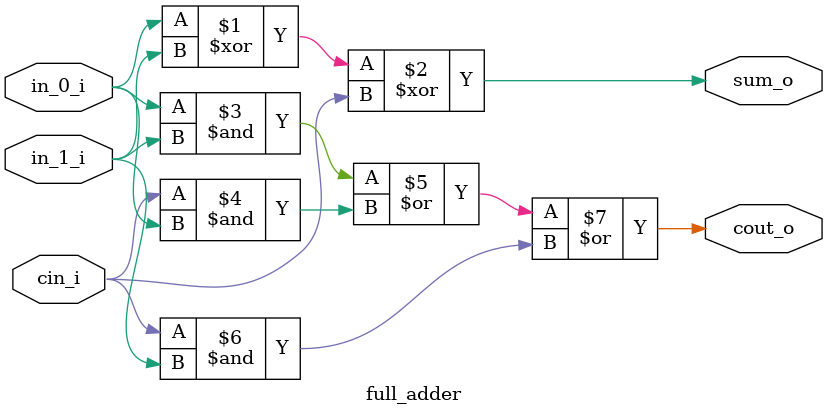
<source format=sv>

module full_adder (
    input  logic in_0_i,
    input  logic in_1_i,
    input  logic cin_i,
    output logic sum_o,
    output logic cout_o
);

    assign sum_o  = in_0_i ^ in_1_i ^ cin_i;
    assign cout_o = (in_0_i & in_1_i) | (cin_i & in_0_i) | (cin_i & in_1_i);

endmodule

</source>
